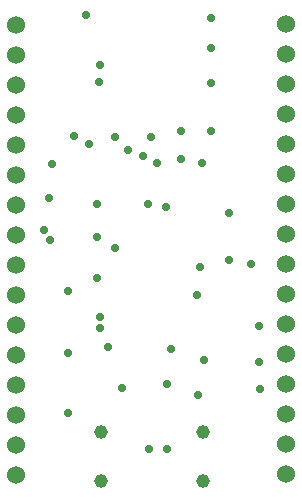
<source format=gbr>
G04 EAGLE Gerber RS-274X export*
G75*
%MOMM*%
%FSLAX34Y34*%
%LPD*%
%INCopper Layer 2*%
%IPPOS*%
%AMOC8*
5,1,8,0,0,1.08239X$1,22.5*%
G01*
%ADD10C,1.524000*%
%ADD11C,1.158000*%
%ADD12C,0.706400*%


D10*
X14290Y33539D03*
X14290Y58939D03*
X14290Y84339D03*
X14290Y109739D03*
X14290Y135139D03*
X14290Y160539D03*
X14290Y185939D03*
X14290Y211339D03*
X14290Y236739D03*
X14290Y262139D03*
X14290Y287539D03*
X14290Y312939D03*
X14290Y338339D03*
X14290Y363739D03*
X14290Y389139D03*
X14290Y414539D03*
X242570Y34330D03*
X242570Y59730D03*
X242570Y85130D03*
X242570Y110530D03*
X242570Y135930D03*
X242570Y161330D03*
X242570Y186730D03*
X242570Y212130D03*
X242570Y237530D03*
X242570Y262930D03*
X242570Y288330D03*
X242570Y313730D03*
X242570Y339130D03*
X242570Y364530D03*
X242570Y389930D03*
X242570Y415330D03*
D11*
X86340Y69740D03*
X172740Y69740D03*
X86340Y27940D03*
X172740Y27940D03*
D12*
X92075Y141605D03*
X179070Y419735D03*
X179070Y394335D03*
X179070Y365125D03*
X179070Y324485D03*
X153670Y324485D03*
X153670Y300355D03*
X97790Y319405D03*
X128270Y319405D03*
X82550Y262255D03*
X125730Y262255D03*
X82550Y234315D03*
X82550Y200025D03*
X58420Y188595D03*
X58420Y136525D03*
X58420Y85725D03*
X219710Y159385D03*
X219710Y128905D03*
X220980Y106045D03*
X85090Y380365D03*
X73660Y422275D03*
X41910Y267335D03*
X44450Y296545D03*
X212725Y212090D03*
X170180Y208915D03*
X141605Y110490D03*
X168275Y100965D03*
X145415Y139700D03*
X167005Y185420D03*
X127000Y55245D03*
X142240Y55245D03*
X104140Y106680D03*
X84455Y365760D03*
X109220Y308610D03*
X194310Y255270D03*
X173355Y130810D03*
X194310Y215265D03*
X121285Y303530D03*
X133350Y297180D03*
X85090Y167005D03*
X85090Y157480D03*
X38100Y240665D03*
X42545Y232410D03*
X62865Y320040D03*
X76200Y313055D03*
X97790Y225425D03*
X171450Y297180D03*
X140970Y259715D03*
M02*

</source>
